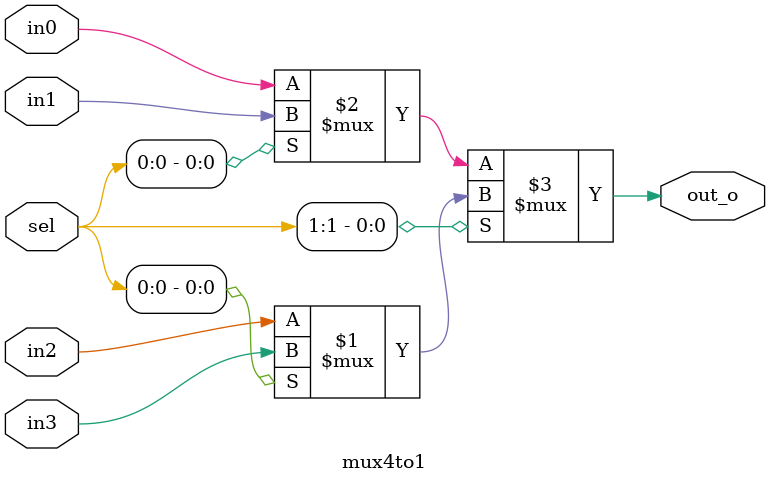
<source format=v>
module mux4to1(
    output [0:0] out_o,
    input [0:0] in0,
    input [0:0] in1,
    input [0:0] in2,
    input [0:0] in3,
    input [1:0] sel
);

assign out_o = (sel[1]) ? (sel[0] ? in3 : in2) : (sel[0] ? in1 : in0);

endmodule

</source>
